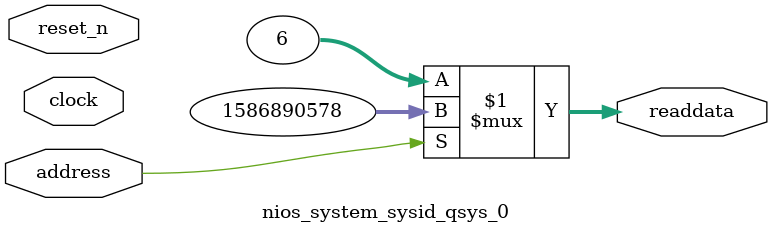
<source format=v>



// synthesis translate_off
`timescale 1ns / 1ps
// synthesis translate_on

// turn off superfluous verilog processor warnings 
// altera message_level Level1 
// altera message_off 10034 10035 10036 10037 10230 10240 10030 

module nios_system_sysid_qsys_0 (
               // inputs:
                address,
                clock,
                reset_n,

               // outputs:
                readdata
             )
;

  output  [ 31: 0] readdata;
  input            address;
  input            clock;
  input            reset_n;

  wire    [ 31: 0] readdata;
  //control_slave, which is an e_avalon_slave
  assign readdata = address ? 1586890578 : 6;

endmodule



</source>
